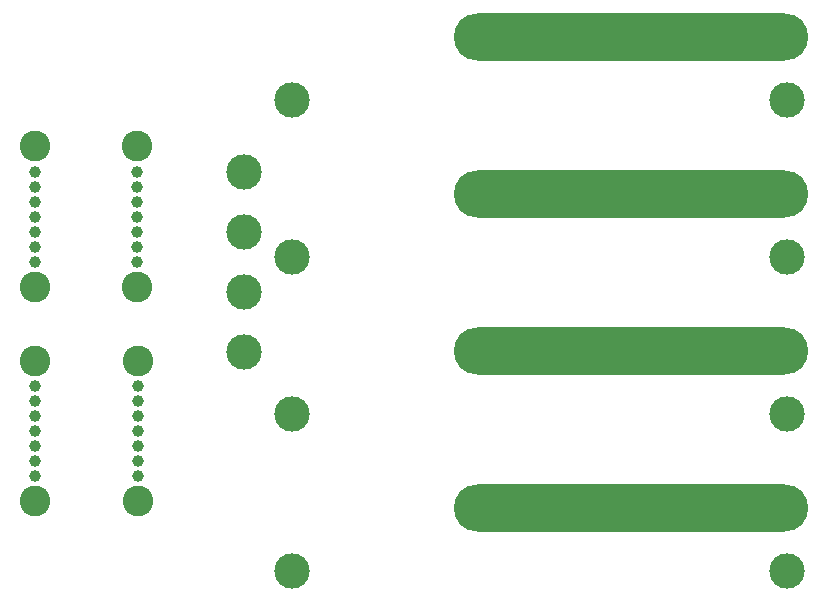
<source format=gbr>
%TF.GenerationSoftware,KiCad,Pcbnew,5.1.9+dfsg1-1~bpo10+1*%
%TF.CreationDate,2021-10-15T10:51:03+08:00*%
%TF.ProjectId,NAS,4e41532e-6b69-4636-9164-5f7063625858,rev?*%
%TF.SameCoordinates,Original*%
%TF.FileFunction,Soldermask,Bot*%
%TF.FilePolarity,Negative*%
%FSLAX46Y46*%
G04 Gerber Fmt 4.6, Leading zero omitted, Abs format (unit mm)*
G04 Created by KiCad (PCBNEW 5.1.9+dfsg1-1~bpo10+1) date 2021-10-15 10:51:03*
%MOMM*%
%LPD*%
G01*
G04 APERTURE LIST*
%ADD10O,30.000000X4.000000*%
%ADD11C,3.000000*%
%ADD12C,2.600000*%
%ADD13C,1.000000*%
G04 APERTURE END LIST*
D10*
%TO.C,SATA-OUT2*%
X119761000Y-73475900D03*
D11*
X132949000Y-78809900D03*
X91079000Y-78809900D03*
%TD*%
D10*
%TO.C,SATA-OUT4*%
X119761000Y-86753700D03*
D11*
X132949000Y-92087700D03*
X91079000Y-92087700D03*
%TD*%
D12*
%TO.C,SATA-IN3*%
X69316600Y-87572800D03*
X69316600Y-99472800D03*
D13*
X69316600Y-97332800D03*
X69316600Y-96062800D03*
X69316600Y-94792800D03*
X69316600Y-93522800D03*
X69316600Y-92252800D03*
X69316600Y-90982800D03*
X69316600Y-89712800D03*
%TD*%
D12*
%TO.C,SATA-IN2*%
X77978000Y-69411800D03*
X77978000Y-81311800D03*
D13*
X77978000Y-79171800D03*
X77978000Y-77901800D03*
X77978000Y-76631800D03*
X77978000Y-75361800D03*
X77978000Y-74091800D03*
X77978000Y-72821800D03*
X77978000Y-71551800D03*
%TD*%
D10*
%TO.C,SATA-OUT1*%
X119761000Y-60198000D03*
D11*
X132949000Y-65532000D03*
X91079000Y-65532000D03*
%TD*%
D12*
%TO.C,SATA-IN1*%
X69316600Y-69411800D03*
X69316600Y-81311800D03*
D13*
X69316600Y-79171800D03*
X69316600Y-77901800D03*
X69316600Y-76631800D03*
X69316600Y-75361800D03*
X69316600Y-74091800D03*
X69316600Y-72821800D03*
X69316600Y-71551800D03*
%TD*%
D10*
%TO.C,SATA-OUT3*%
X119761000Y-100032000D03*
D11*
X132949000Y-105366000D03*
X91079000Y-105366000D03*
%TD*%
%TO.C,POWER1*%
X86995000Y-71628000D03*
X86995000Y-76708000D03*
X86995000Y-81788000D03*
X86995000Y-86868000D03*
%TD*%
D12*
%TO.C,SATA-IN4*%
X78003400Y-87572800D03*
X78003400Y-99472800D03*
D13*
X78003400Y-97332800D03*
X78003400Y-96062800D03*
X78003400Y-94792800D03*
X78003400Y-93522800D03*
X78003400Y-92252800D03*
X78003400Y-90982800D03*
X78003400Y-89712800D03*
%TD*%
M02*

</source>
